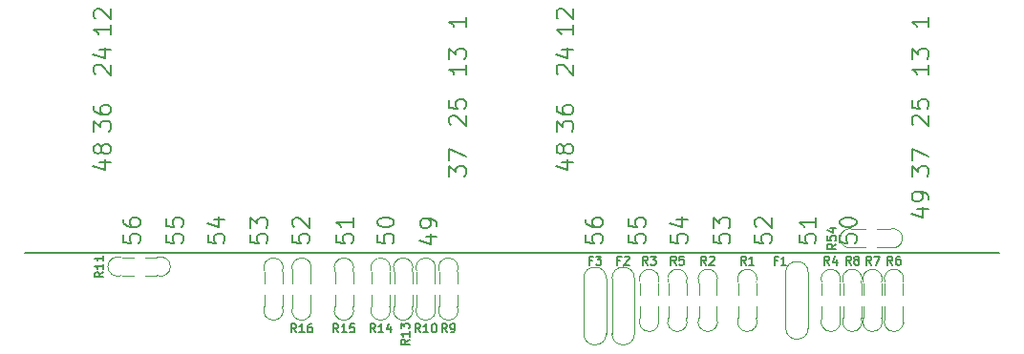
<source format=gto>
G75*
G70*
%OFA0B0*%
%FSLAX25Y25*%
%IPPOS*%
%LPD*%
%AMOC8*
5,1,8,0,0,1.08239X$1,22.5*
%
%ADD13C,0.00787*%
%ADD17C,0.00500*%
%ADD18C,0.00591*%
%ADD19C,0.00390*%
%ADD20C,0.00472*%
X0000000Y0000000D02*
%LPD*%
G01*
D13*
X0284204Y0280942D02*
X0284204Y0278130D01*
X0284204Y0278130D02*
X0287016Y0277849D01*
X0287016Y0277849D02*
X0286735Y0278130D01*
X0286735Y0278130D02*
X0286454Y0278693D01*
X0286454Y0278693D02*
X0286454Y0280099D01*
X0286454Y0280099D02*
X0286735Y0280661D01*
X0286735Y0280661D02*
X0287016Y0280942D01*
X0287016Y0280942D02*
X0287578Y0281223D01*
X0287578Y0281223D02*
X0288985Y0281223D01*
X0288985Y0281223D02*
X0289547Y0280942D01*
X0289547Y0280942D02*
X0289828Y0280661D01*
X0289828Y0280661D02*
X0290109Y0280099D01*
X0290109Y0280099D02*
X0290109Y0278693D01*
X0290109Y0278693D02*
X0289828Y0278130D01*
X0289828Y0278130D02*
X0289547Y0277849D01*
X0284204Y0284879D02*
X0284204Y0285442D01*
X0284204Y0285442D02*
X0284485Y0286004D01*
X0284485Y0286004D02*
X0284766Y0286285D01*
X0284766Y0286285D02*
X0285329Y0286567D01*
X0285329Y0286567D02*
X0286454Y0286848D01*
X0286454Y0286848D02*
X0287860Y0286848D01*
X0287860Y0286848D02*
X0288985Y0286567D01*
X0288985Y0286567D02*
X0289547Y0286285D01*
X0289547Y0286285D02*
X0289828Y0286004D01*
X0289828Y0286004D02*
X0290109Y0285442D01*
X0290109Y0285442D02*
X0290109Y0284879D01*
X0290109Y0284879D02*
X0289828Y0284317D01*
X0289828Y0284317D02*
X0289547Y0284036D01*
X0289547Y0284036D02*
X0288985Y0283754D01*
X0288985Y0283754D02*
X0287860Y0283473D01*
X0287860Y0283473D02*
X0286454Y0283473D01*
X0286454Y0283473D02*
X0285329Y0283754D01*
X0285329Y0283754D02*
X0284766Y0284036D01*
X0284766Y0284036D02*
X0284485Y0284317D01*
X0284485Y0284317D02*
X0284204Y0284879D01*
X0108613Y0280942D02*
X0108613Y0278130D01*
X0108613Y0278130D02*
X0111426Y0277849D01*
X0111426Y0277849D02*
X0111144Y0278130D01*
X0111144Y0278130D02*
X0110863Y0278693D01*
X0110863Y0278693D02*
X0110863Y0280099D01*
X0110863Y0280099D02*
X0111144Y0280661D01*
X0111144Y0280661D02*
X0111426Y0280942D01*
X0111426Y0280942D02*
X0111988Y0281223D01*
X0111988Y0281223D02*
X0113394Y0281223D01*
X0113394Y0281223D02*
X0113956Y0280942D01*
X0113956Y0280942D02*
X0114238Y0280661D01*
X0114238Y0280661D02*
X0114519Y0280099D01*
X0114519Y0280099D02*
X0114519Y0278693D01*
X0114519Y0278693D02*
X0114238Y0278130D01*
X0114238Y0278130D02*
X0113956Y0277849D01*
X0114519Y0286848D02*
X0114519Y0283473D01*
X0114519Y0285160D02*
X0108613Y0285160D01*
X0108613Y0285160D02*
X0109457Y0284598D01*
X0109457Y0284598D02*
X0110019Y0284036D01*
X0110019Y0284036D02*
X0110301Y0283473D01*
X0309963Y0319187D02*
X0309682Y0319469D01*
X0309682Y0319469D02*
X0309401Y0320031D01*
X0309401Y0320031D02*
X0309401Y0321437D01*
X0309401Y0321437D02*
X0309682Y0322000D01*
X0309682Y0322000D02*
X0309963Y0322281D01*
X0309963Y0322281D02*
X0310526Y0322562D01*
X0310526Y0322562D02*
X0311088Y0322562D01*
X0311088Y0322562D02*
X0311932Y0322281D01*
X0311932Y0322281D02*
X0315306Y0318906D01*
X0315306Y0318906D02*
X0315306Y0322562D01*
X0309401Y0327905D02*
X0309401Y0325093D01*
X0309401Y0325093D02*
X0312213Y0324812D01*
X0312213Y0324812D02*
X0311932Y0325093D01*
X0311932Y0325093D02*
X0311650Y0325655D01*
X0311650Y0325655D02*
X0311650Y0327062D01*
X0311650Y0327062D02*
X0311932Y0327624D01*
X0311932Y0327624D02*
X0312213Y0327905D01*
X0312213Y0327905D02*
X0312775Y0328186D01*
X0312775Y0328186D02*
X0314181Y0328186D01*
X0314181Y0328186D02*
X0314744Y0327905D01*
X0314744Y0327905D02*
X0315025Y0327624D01*
X0315025Y0327624D02*
X0315306Y0327062D01*
X0315306Y0327062D02*
X0315306Y0325655D01*
X0315306Y0325655D02*
X0315025Y0325093D01*
X0315025Y0325093D02*
X0314744Y0324812D01*
X0034204Y0280942D02*
X0034204Y0278130D01*
X0034204Y0278130D02*
X0037016Y0277849D01*
X0037016Y0277849D02*
X0036735Y0278130D01*
X0036735Y0278130D02*
X0036454Y0278693D01*
X0036454Y0278693D02*
X0036454Y0280099D01*
X0036454Y0280099D02*
X0036735Y0280661D01*
X0036735Y0280661D02*
X0037016Y0280942D01*
X0037016Y0280942D02*
X0037578Y0281223D01*
X0037578Y0281223D02*
X0038985Y0281223D01*
X0038985Y0281223D02*
X0039547Y0280942D01*
X0039547Y0280942D02*
X0039828Y0280661D01*
X0039828Y0280661D02*
X0040109Y0280099D01*
X0040109Y0280099D02*
X0040109Y0278693D01*
X0040109Y0278693D02*
X0039828Y0278130D01*
X0039828Y0278130D02*
X0039547Y0277849D01*
X0034204Y0286285D02*
X0034204Y0285160D01*
X0034204Y0285160D02*
X0034485Y0284598D01*
X0034485Y0284598D02*
X0034766Y0284317D01*
X0034766Y0284317D02*
X0035610Y0283754D01*
X0035610Y0283754D02*
X0036735Y0283473D01*
X0036735Y0283473D02*
X0038985Y0283473D01*
X0038985Y0283473D02*
X0039547Y0283754D01*
X0039547Y0283754D02*
X0039828Y0284036D01*
X0039828Y0284036D02*
X0040109Y0284598D01*
X0040109Y0284598D02*
X0040109Y0285723D01*
X0040109Y0285723D02*
X0039828Y0286285D01*
X0039828Y0286285D02*
X0039547Y0286567D01*
X0039547Y0286567D02*
X0038985Y0286848D01*
X0038985Y0286848D02*
X0037578Y0286848D01*
X0037578Y0286848D02*
X0037016Y0286567D01*
X0037016Y0286567D02*
X0036735Y0286285D01*
X0036735Y0286285D02*
X0036454Y0285723D01*
X0036454Y0285723D02*
X0036454Y0284598D01*
X0036454Y0284598D02*
X0036735Y0284036D01*
X0036735Y0284036D02*
X0037016Y0283754D01*
X0037016Y0283754D02*
X0037578Y0283473D01*
X0049165Y0280942D02*
X0049165Y0278130D01*
X0049165Y0278130D02*
X0051977Y0277849D01*
X0051977Y0277849D02*
X0051695Y0278130D01*
X0051695Y0278130D02*
X0051414Y0278693D01*
X0051414Y0278693D02*
X0051414Y0280099D01*
X0051414Y0280099D02*
X0051695Y0280661D01*
X0051695Y0280661D02*
X0051977Y0280942D01*
X0051977Y0280942D02*
X0052539Y0281223D01*
X0052539Y0281223D02*
X0053945Y0281223D01*
X0053945Y0281223D02*
X0054508Y0280942D01*
X0054508Y0280942D02*
X0054789Y0280661D01*
X0054789Y0280661D02*
X0055070Y0280099D01*
X0055070Y0280099D02*
X0055070Y0278693D01*
X0055070Y0278693D02*
X0054789Y0278130D01*
X0054789Y0278130D02*
X0054508Y0277849D01*
X0049165Y0286567D02*
X0049165Y0283754D01*
X0049165Y0283754D02*
X0051977Y0283473D01*
X0051977Y0283473D02*
X0051695Y0283754D01*
X0051695Y0283754D02*
X0051414Y0284317D01*
X0051414Y0284317D02*
X0051414Y0285723D01*
X0051414Y0285723D02*
X0051695Y0286285D01*
X0051695Y0286285D02*
X0051977Y0286567D01*
X0051977Y0286567D02*
X0052539Y0286848D01*
X0052539Y0286848D02*
X0053945Y0286848D01*
X0053945Y0286848D02*
X0054508Y0286567D01*
X0054508Y0286567D02*
X0054789Y0286285D01*
X0054789Y0286285D02*
X0055070Y0285723D01*
X0055070Y0285723D02*
X0055070Y0284317D01*
X0055070Y0284317D02*
X0054789Y0283754D01*
X0054789Y0283754D02*
X0054508Y0283473D01*
X0185947Y0336904D02*
X0185666Y0337185D01*
X0185666Y0337185D02*
X0185385Y0337748D01*
X0185385Y0337748D02*
X0185385Y0339154D01*
X0185385Y0339154D02*
X0185666Y0339716D01*
X0185666Y0339716D02*
X0185947Y0339997D01*
X0185947Y0339997D02*
X0186510Y0340279D01*
X0186510Y0340279D02*
X0187072Y0340279D01*
X0187072Y0340279D02*
X0187916Y0339997D01*
X0187916Y0339997D02*
X0191291Y0336623D01*
X0191291Y0336623D02*
X0191291Y0340279D01*
X0187354Y0345340D02*
X0191291Y0345340D01*
X0185104Y0343934D02*
X0189322Y0342528D01*
X0189322Y0342528D02*
X0189322Y0346184D01*
X0153889Y0340279D02*
X0153889Y0336904D01*
X0153889Y0338591D02*
X0147983Y0338591D01*
X0147983Y0338591D02*
X0148827Y0338029D01*
X0148827Y0338029D02*
X0149390Y0337466D01*
X0149390Y0337466D02*
X0149671Y0336904D01*
X0147983Y0342247D02*
X0147983Y0345903D01*
X0147983Y0345903D02*
X0150233Y0343934D01*
X0150233Y0343934D02*
X0150233Y0344778D01*
X0150233Y0344778D02*
X0150514Y0345340D01*
X0150514Y0345340D02*
X0150796Y0345622D01*
X0150796Y0345622D02*
X0151358Y0345903D01*
X0151358Y0345903D02*
X0152764Y0345903D01*
X0152764Y0345903D02*
X0153327Y0345622D01*
X0153327Y0345622D02*
X0153608Y0345340D01*
X0153608Y0345340D02*
X0153889Y0344778D01*
X0153889Y0344778D02*
X0153889Y0343091D01*
X0153889Y0343091D02*
X0153608Y0342528D01*
X0153608Y0342528D02*
X0153327Y0342247D01*
X0147983Y0301190D02*
X0147983Y0304846D01*
X0147983Y0304846D02*
X0150233Y0302877D01*
X0150233Y0302877D02*
X0150233Y0303721D01*
X0150233Y0303721D02*
X0150514Y0304283D01*
X0150514Y0304283D02*
X0150796Y0304564D01*
X0150796Y0304564D02*
X0151358Y0304846D01*
X0151358Y0304846D02*
X0152764Y0304846D01*
X0152764Y0304846D02*
X0153327Y0304564D01*
X0153327Y0304564D02*
X0153608Y0304283D01*
X0153608Y0304283D02*
X0153889Y0303721D01*
X0153889Y0303721D02*
X0153889Y0302033D01*
X0153889Y0302033D02*
X0153608Y0301471D01*
X0153608Y0301471D02*
X0153327Y0301190D01*
X0147983Y0306814D02*
X0147983Y0310751D01*
X0147983Y0310751D02*
X0153889Y0308220D01*
X0122787Y0280942D02*
X0122787Y0278130D01*
X0122787Y0278130D02*
X0125599Y0277849D01*
X0125599Y0277849D02*
X0125318Y0278130D01*
X0125318Y0278130D02*
X0125036Y0278693D01*
X0125036Y0278693D02*
X0125036Y0280099D01*
X0125036Y0280099D02*
X0125318Y0280661D01*
X0125318Y0280661D02*
X0125599Y0280942D01*
X0125599Y0280942D02*
X0126161Y0281223D01*
X0126161Y0281223D02*
X0127567Y0281223D01*
X0127567Y0281223D02*
X0128130Y0280942D01*
X0128130Y0280942D02*
X0128411Y0280661D01*
X0128411Y0280661D02*
X0128692Y0280099D01*
X0128692Y0280099D02*
X0128692Y0278693D01*
X0128692Y0278693D02*
X0128411Y0278130D01*
X0128411Y0278130D02*
X0128130Y0277849D01*
X0122787Y0284879D02*
X0122787Y0285442D01*
X0122787Y0285442D02*
X0123068Y0286004D01*
X0123068Y0286004D02*
X0123349Y0286285D01*
X0123349Y0286285D02*
X0123911Y0286567D01*
X0123911Y0286567D02*
X0125036Y0286848D01*
X0125036Y0286848D02*
X0126442Y0286848D01*
X0126442Y0286848D02*
X0127567Y0286567D01*
X0127567Y0286567D02*
X0128130Y0286285D01*
X0128130Y0286285D02*
X0128411Y0286004D01*
X0128411Y0286004D02*
X0128692Y0285442D01*
X0128692Y0285442D02*
X0128692Y0284879D01*
X0128692Y0284879D02*
X0128411Y0284317D01*
X0128411Y0284317D02*
X0128130Y0284036D01*
X0128130Y0284036D02*
X0127567Y0283754D01*
X0127567Y0283754D02*
X0126442Y0283473D01*
X0126442Y0283473D02*
X0125036Y0283473D01*
X0125036Y0283473D02*
X0123911Y0283754D01*
X0123911Y0283754D02*
X0123349Y0284036D01*
X0123349Y0284036D02*
X0123068Y0284317D01*
X0123068Y0284317D02*
X0122787Y0284879D01*
X0187354Y0306252D02*
X0191291Y0306252D01*
X0185104Y0304846D02*
X0189322Y0303439D01*
X0189322Y0303439D02*
X0189322Y0307095D01*
X0187916Y0310189D02*
X0187635Y0309626D01*
X0187635Y0309626D02*
X0187354Y0309345D01*
X0187354Y0309345D02*
X0186791Y0309064D01*
X0186791Y0309064D02*
X0186510Y0309064D01*
X0186510Y0309064D02*
X0185947Y0309345D01*
X0185947Y0309345D02*
X0185666Y0309626D01*
X0185666Y0309626D02*
X0185385Y0310189D01*
X0185385Y0310189D02*
X0185385Y0311313D01*
X0185385Y0311313D02*
X0185666Y0311876D01*
X0185666Y0311876D02*
X0185947Y0312157D01*
X0185947Y0312157D02*
X0186510Y0312438D01*
X0186510Y0312438D02*
X0186791Y0312438D01*
X0186791Y0312438D02*
X0187354Y0312157D01*
X0187354Y0312157D02*
X0187635Y0311876D01*
X0187635Y0311876D02*
X0187916Y0311313D01*
X0187916Y0311313D02*
X0187916Y0310189D01*
X0187916Y0310189D02*
X0188197Y0309626D01*
X0188197Y0309626D02*
X0188478Y0309345D01*
X0188478Y0309345D02*
X0189041Y0309064D01*
X0189041Y0309064D02*
X0190166Y0309064D01*
X0190166Y0309064D02*
X0190728Y0309345D01*
X0190728Y0309345D02*
X0191009Y0309626D01*
X0191009Y0309626D02*
X0191291Y0310189D01*
X0191291Y0310189D02*
X0191291Y0311313D01*
X0191291Y0311313D02*
X0191009Y0311876D01*
X0191009Y0311876D02*
X0190728Y0312157D01*
X0190728Y0312157D02*
X0190166Y0312438D01*
X0190166Y0312438D02*
X0189041Y0312438D01*
X0189041Y0312438D02*
X0188478Y0312157D01*
X0188478Y0312157D02*
X0188197Y0311876D01*
X0188197Y0311876D02*
X0187916Y0311313D01*
X0254676Y0280942D02*
X0254676Y0278130D01*
X0254676Y0278130D02*
X0257489Y0277849D01*
X0257489Y0277849D02*
X0257207Y0278130D01*
X0257207Y0278130D02*
X0256926Y0278693D01*
X0256926Y0278693D02*
X0256926Y0280099D01*
X0256926Y0280099D02*
X0257207Y0280661D01*
X0257207Y0280661D02*
X0257489Y0280942D01*
X0257489Y0280942D02*
X0258051Y0281223D01*
X0258051Y0281223D02*
X0259457Y0281223D01*
X0259457Y0281223D02*
X0260019Y0280942D01*
X0260019Y0280942D02*
X0260301Y0280661D01*
X0260301Y0280661D02*
X0260582Y0280099D01*
X0260582Y0280099D02*
X0260582Y0278693D01*
X0260582Y0278693D02*
X0260301Y0278130D01*
X0260301Y0278130D02*
X0260019Y0277849D01*
X0255239Y0283473D02*
X0254958Y0283754D01*
X0254958Y0283754D02*
X0254676Y0284317D01*
X0254676Y0284317D02*
X0254676Y0285723D01*
X0254676Y0285723D02*
X0254958Y0286285D01*
X0254958Y0286285D02*
X0255239Y0286567D01*
X0255239Y0286567D02*
X0255801Y0286848D01*
X0255801Y0286848D02*
X0256364Y0286848D01*
X0256364Y0286848D02*
X0257207Y0286567D01*
X0257207Y0286567D02*
X0260582Y0283192D01*
X0260582Y0283192D02*
X0260582Y0286848D01*
X0270031Y0280942D02*
X0270031Y0278130D01*
X0270031Y0278130D02*
X0272843Y0277849D01*
X0272843Y0277849D02*
X0272562Y0278130D01*
X0272562Y0278130D02*
X0272280Y0278693D01*
X0272280Y0278693D02*
X0272280Y0280099D01*
X0272280Y0280099D02*
X0272562Y0280661D01*
X0272562Y0280661D02*
X0272843Y0280942D01*
X0272843Y0280942D02*
X0273405Y0281223D01*
X0273405Y0281223D02*
X0274811Y0281223D01*
X0274811Y0281223D02*
X0275374Y0280942D01*
X0275374Y0280942D02*
X0275655Y0280661D01*
X0275655Y0280661D02*
X0275936Y0280099D01*
X0275936Y0280099D02*
X0275936Y0278693D01*
X0275936Y0278693D02*
X0275655Y0278130D01*
X0275655Y0278130D02*
X0275374Y0277849D01*
X0275936Y0286848D02*
X0275936Y0283473D01*
X0275936Y0285160D02*
X0270031Y0285160D01*
X0270031Y0285160D02*
X0270874Y0284598D01*
X0270874Y0284598D02*
X0271437Y0284036D01*
X0271437Y0284036D02*
X0271718Y0283473D01*
X0024530Y0336904D02*
X0024249Y0337185D01*
X0024249Y0337185D02*
X0023968Y0337748D01*
X0023968Y0337748D02*
X0023968Y0339154D01*
X0023968Y0339154D02*
X0024249Y0339716D01*
X0024249Y0339716D02*
X0024530Y0339997D01*
X0024530Y0339997D02*
X0025093Y0340279D01*
X0025093Y0340279D02*
X0025655Y0340279D01*
X0025655Y0340279D02*
X0026499Y0339997D01*
X0026499Y0339997D02*
X0029873Y0336623D01*
X0029873Y0336623D02*
X0029873Y0340279D01*
X0025936Y0345340D02*
X0029873Y0345340D01*
X0023686Y0343934D02*
X0027905Y0342528D01*
X0027905Y0342528D02*
X0027905Y0346184D01*
X0225149Y0280942D02*
X0225149Y0278130D01*
X0225149Y0278130D02*
X0227961Y0277849D01*
X0227961Y0277849D02*
X0227680Y0278130D01*
X0227680Y0278130D02*
X0227399Y0278693D01*
X0227399Y0278693D02*
X0227399Y0280099D01*
X0227399Y0280099D02*
X0227680Y0280661D01*
X0227680Y0280661D02*
X0227961Y0280942D01*
X0227961Y0280942D02*
X0228523Y0281223D01*
X0228523Y0281223D02*
X0229929Y0281223D01*
X0229929Y0281223D02*
X0230492Y0280942D01*
X0230492Y0280942D02*
X0230773Y0280661D01*
X0230773Y0280661D02*
X0231054Y0280099D01*
X0231054Y0280099D02*
X0231054Y0278693D01*
X0231054Y0278693D02*
X0230773Y0278130D01*
X0230773Y0278130D02*
X0230492Y0277849D01*
X0227117Y0286285D02*
X0231054Y0286285D01*
X0224868Y0284879D02*
X0229086Y0283473D01*
X0229086Y0283473D02*
X0229086Y0287129D01*
X0148546Y0319187D02*
X0148265Y0319469D01*
X0148265Y0319469D02*
X0147983Y0320031D01*
X0147983Y0320031D02*
X0147983Y0321437D01*
X0147983Y0321437D02*
X0148265Y0322000D01*
X0148265Y0322000D02*
X0148546Y0322281D01*
X0148546Y0322281D02*
X0149108Y0322562D01*
X0149108Y0322562D02*
X0149671Y0322562D01*
X0149671Y0322562D02*
X0150514Y0322281D01*
X0150514Y0322281D02*
X0153889Y0318906D01*
X0153889Y0318906D02*
X0153889Y0322562D01*
X0147983Y0327905D02*
X0147983Y0325093D01*
X0147983Y0325093D02*
X0150796Y0324812D01*
X0150796Y0324812D02*
X0150514Y0325093D01*
X0150514Y0325093D02*
X0150233Y0325655D01*
X0150233Y0325655D02*
X0150233Y0327062D01*
X0150233Y0327062D02*
X0150514Y0327624D01*
X0150514Y0327624D02*
X0150796Y0327905D01*
X0150796Y0327905D02*
X0151358Y0328186D01*
X0151358Y0328186D02*
X0152764Y0328186D01*
X0152764Y0328186D02*
X0153327Y0327905D01*
X0153327Y0327905D02*
X0153608Y0327624D01*
X0153608Y0327624D02*
X0153889Y0327062D01*
X0153889Y0327062D02*
X0153889Y0325655D01*
X0153889Y0325655D02*
X0153608Y0325093D01*
X0153608Y0325093D02*
X0153327Y0324812D01*
X0210582Y0280942D02*
X0210582Y0278130D01*
X0210582Y0278130D02*
X0213394Y0277849D01*
X0213394Y0277849D02*
X0213113Y0278130D01*
X0213113Y0278130D02*
X0212832Y0278693D01*
X0212832Y0278693D02*
X0212832Y0280099D01*
X0212832Y0280099D02*
X0213113Y0280661D01*
X0213113Y0280661D02*
X0213394Y0280942D01*
X0213394Y0280942D02*
X0213956Y0281223D01*
X0213956Y0281223D02*
X0215363Y0281223D01*
X0215363Y0281223D02*
X0215925Y0280942D01*
X0215925Y0280942D02*
X0216206Y0280661D01*
X0216206Y0280661D02*
X0216487Y0280099D01*
X0216487Y0280099D02*
X0216487Y0278693D01*
X0216487Y0278693D02*
X0216206Y0278130D01*
X0216206Y0278130D02*
X0215925Y0277849D01*
X0210582Y0286567D02*
X0210582Y0283754D01*
X0210582Y0283754D02*
X0213394Y0283473D01*
X0213394Y0283473D02*
X0213113Y0283754D01*
X0213113Y0283754D02*
X0212832Y0284317D01*
X0212832Y0284317D02*
X0212832Y0285723D01*
X0212832Y0285723D02*
X0213113Y0286285D01*
X0213113Y0286285D02*
X0213394Y0286567D01*
X0213394Y0286567D02*
X0213956Y0286848D01*
X0213956Y0286848D02*
X0215363Y0286848D01*
X0215363Y0286848D02*
X0215925Y0286567D01*
X0215925Y0286567D02*
X0216206Y0286285D01*
X0216206Y0286285D02*
X0216487Y0285723D01*
X0216487Y0285723D02*
X0216487Y0284317D01*
X0216487Y0284317D02*
X0216206Y0283754D01*
X0216206Y0283754D02*
X0215925Y0283473D01*
X0093259Y0280942D02*
X0093259Y0278130D01*
X0093259Y0278130D02*
X0096071Y0277849D01*
X0096071Y0277849D02*
X0095790Y0278130D01*
X0095790Y0278130D02*
X0095509Y0278693D01*
X0095509Y0278693D02*
X0095509Y0280099D01*
X0095509Y0280099D02*
X0095790Y0280661D01*
X0095790Y0280661D02*
X0096071Y0280942D01*
X0096071Y0280942D02*
X0096634Y0281223D01*
X0096634Y0281223D02*
X0098040Y0281223D01*
X0098040Y0281223D02*
X0098602Y0280942D01*
X0098602Y0280942D02*
X0098883Y0280661D01*
X0098883Y0280661D02*
X0099165Y0280099D01*
X0099165Y0280099D02*
X0099165Y0278693D01*
X0099165Y0278693D02*
X0098883Y0278130D01*
X0098883Y0278130D02*
X0098602Y0277849D01*
X0093821Y0283473D02*
X0093540Y0283754D01*
X0093540Y0283754D02*
X0093259Y0284317D01*
X0093259Y0284317D02*
X0093259Y0285723D01*
X0093259Y0285723D02*
X0093540Y0286285D01*
X0093540Y0286285D02*
X0093821Y0286567D01*
X0093821Y0286567D02*
X0094384Y0286848D01*
X0094384Y0286848D02*
X0094946Y0286848D01*
X0094946Y0286848D02*
X0095790Y0286567D01*
X0095790Y0286567D02*
X0099165Y0283192D01*
X0099165Y0283192D02*
X0099165Y0286848D01*
X0023968Y0316938D02*
X0023968Y0320594D01*
X0023968Y0320594D02*
X0026217Y0318625D01*
X0026217Y0318625D02*
X0026217Y0319469D01*
X0026217Y0319469D02*
X0026499Y0320031D01*
X0026499Y0320031D02*
X0026780Y0320312D01*
X0026780Y0320312D02*
X0027342Y0320594D01*
X0027342Y0320594D02*
X0028748Y0320594D01*
X0028748Y0320594D02*
X0029311Y0320312D01*
X0029311Y0320312D02*
X0029592Y0320031D01*
X0029592Y0320031D02*
X0029873Y0319469D01*
X0029873Y0319469D02*
X0029873Y0317781D01*
X0029873Y0317781D02*
X0029592Y0317219D01*
X0029592Y0317219D02*
X0029311Y0316938D01*
X0023968Y0325655D02*
X0023968Y0324531D01*
X0023968Y0324531D02*
X0024249Y0323968D01*
X0024249Y0323968D02*
X0024530Y0323687D01*
X0024530Y0323687D02*
X0025374Y0323124D01*
X0025374Y0323124D02*
X0026499Y0322843D01*
X0026499Y0322843D02*
X0028748Y0322843D01*
X0028748Y0322843D02*
X0029311Y0323124D01*
X0029311Y0323124D02*
X0029592Y0323406D01*
X0029592Y0323406D02*
X0029873Y0323968D01*
X0029873Y0323968D02*
X0029873Y0325093D01*
X0029873Y0325093D02*
X0029592Y0325655D01*
X0029592Y0325655D02*
X0029311Y0325937D01*
X0029311Y0325937D02*
X0028748Y0326218D01*
X0028748Y0326218D02*
X0027342Y0326218D01*
X0027342Y0326218D02*
X0026780Y0325937D01*
X0026780Y0325937D02*
X0026499Y0325655D01*
X0026499Y0325655D02*
X0026217Y0325093D01*
X0026217Y0325093D02*
X0026217Y0323968D01*
X0026217Y0323968D02*
X0026499Y0323406D01*
X0026499Y0323406D02*
X0026780Y0323124D01*
X0026780Y0323124D02*
X0027342Y0322843D01*
X0153889Y0356870D02*
X0153889Y0353496D01*
X0153889Y0355183D02*
X0147983Y0355183D01*
X0147983Y0355183D02*
X0148827Y0354621D01*
X0148827Y0354621D02*
X0149390Y0354058D01*
X0149390Y0354058D02*
X0149671Y0353496D01*
X0078692Y0280942D02*
X0078692Y0278130D01*
X0078692Y0278130D02*
X0081504Y0277849D01*
X0081504Y0277849D02*
X0081223Y0278130D01*
X0081223Y0278130D02*
X0080942Y0278693D01*
X0080942Y0278693D02*
X0080942Y0280099D01*
X0080942Y0280099D02*
X0081223Y0280661D01*
X0081223Y0280661D02*
X0081504Y0280942D01*
X0081504Y0280942D02*
X0082067Y0281223D01*
X0082067Y0281223D02*
X0083473Y0281223D01*
X0083473Y0281223D02*
X0084035Y0280942D01*
X0084035Y0280942D02*
X0084316Y0280661D01*
X0084316Y0280661D02*
X0084598Y0280099D01*
X0084598Y0280099D02*
X0084598Y0278693D01*
X0084598Y0278693D02*
X0084316Y0278130D01*
X0084316Y0278130D02*
X0084035Y0277849D01*
X0078692Y0283192D02*
X0078692Y0286848D01*
X0078692Y0286848D02*
X0080942Y0284879D01*
X0080942Y0284879D02*
X0080942Y0285723D01*
X0080942Y0285723D02*
X0081223Y0286285D01*
X0081223Y0286285D02*
X0081504Y0286567D01*
X0081504Y0286567D02*
X0082067Y0286848D01*
X0082067Y0286848D02*
X0083473Y0286848D01*
X0083473Y0286848D02*
X0084035Y0286567D01*
X0084035Y0286567D02*
X0084316Y0286285D01*
X0084316Y0286285D02*
X0084598Y0285723D01*
X0084598Y0285723D02*
X0084598Y0284036D01*
X0084598Y0284036D02*
X0084316Y0283473D01*
X0084316Y0283473D02*
X0084035Y0283192D01*
X0063731Y0280942D02*
X0063731Y0278130D01*
X0063731Y0278130D02*
X0066544Y0277849D01*
X0066544Y0277849D02*
X0066262Y0278130D01*
X0066262Y0278130D02*
X0065981Y0278693D01*
X0065981Y0278693D02*
X0065981Y0280099D01*
X0065981Y0280099D02*
X0066262Y0280661D01*
X0066262Y0280661D02*
X0066544Y0280942D01*
X0066544Y0280942D02*
X0067106Y0281223D01*
X0067106Y0281223D02*
X0068512Y0281223D01*
X0068512Y0281223D02*
X0069075Y0280942D01*
X0069075Y0280942D02*
X0069356Y0280661D01*
X0069356Y0280661D02*
X0069637Y0280099D01*
X0069637Y0280099D02*
X0069637Y0278693D01*
X0069637Y0278693D02*
X0069356Y0278130D01*
X0069356Y0278130D02*
X0069075Y0277849D01*
X0065700Y0286285D02*
X0069637Y0286285D01*
X0063450Y0284879D02*
X0067668Y0283473D01*
X0067668Y0283473D02*
X0067668Y0287129D01*
X0025936Y0306252D02*
X0029873Y0306252D01*
X0023686Y0304846D02*
X0027905Y0303439D01*
X0027905Y0303439D02*
X0027905Y0307095D01*
X0026499Y0310189D02*
X0026217Y0309626D01*
X0026217Y0309626D02*
X0025936Y0309345D01*
X0025936Y0309345D02*
X0025374Y0309064D01*
X0025374Y0309064D02*
X0025093Y0309064D01*
X0025093Y0309064D02*
X0024530Y0309345D01*
X0024530Y0309345D02*
X0024249Y0309626D01*
X0024249Y0309626D02*
X0023968Y0310189D01*
X0023968Y0310189D02*
X0023968Y0311313D01*
X0023968Y0311313D02*
X0024249Y0311876D01*
X0024249Y0311876D02*
X0024530Y0312157D01*
X0024530Y0312157D02*
X0025093Y0312438D01*
X0025093Y0312438D02*
X0025374Y0312438D01*
X0025374Y0312438D02*
X0025936Y0312157D01*
X0025936Y0312157D02*
X0026217Y0311876D01*
X0026217Y0311876D02*
X0026499Y0311313D01*
X0026499Y0311313D02*
X0026499Y0310189D01*
X0026499Y0310189D02*
X0026780Y0309626D01*
X0026780Y0309626D02*
X0027061Y0309345D01*
X0027061Y0309345D02*
X0027623Y0309064D01*
X0027623Y0309064D02*
X0028748Y0309064D01*
X0028748Y0309064D02*
X0029311Y0309345D01*
X0029311Y0309345D02*
X0029592Y0309626D01*
X0029592Y0309626D02*
X0029873Y0310189D01*
X0029873Y0310189D02*
X0029873Y0311313D01*
X0029873Y0311313D02*
X0029592Y0311876D01*
X0029592Y0311876D02*
X0029311Y0312157D01*
X0029311Y0312157D02*
X0028748Y0312438D01*
X0028748Y0312438D02*
X0027623Y0312438D01*
X0027623Y0312438D02*
X0027061Y0312157D01*
X0027061Y0312157D02*
X0026780Y0311876D01*
X0026780Y0311876D02*
X0026499Y0311313D01*
X0315306Y0340279D02*
X0315306Y0336904D01*
X0315306Y0338591D02*
X0309401Y0338591D01*
X0309401Y0338591D02*
X0310244Y0338029D01*
X0310244Y0338029D02*
X0310807Y0337466D01*
X0310807Y0337466D02*
X0311088Y0336904D01*
X0309401Y0342247D02*
X0309401Y0345903D01*
X0309401Y0345903D02*
X0311650Y0343934D01*
X0311650Y0343934D02*
X0311650Y0344778D01*
X0311650Y0344778D02*
X0311932Y0345340D01*
X0311932Y0345340D02*
X0312213Y0345622D01*
X0312213Y0345622D02*
X0312775Y0345903D01*
X0312775Y0345903D02*
X0314181Y0345903D01*
X0314181Y0345903D02*
X0314744Y0345622D01*
X0314744Y0345622D02*
X0315025Y0345340D01*
X0315025Y0345340D02*
X0315306Y0344778D01*
X0315306Y0344778D02*
X0315306Y0343091D01*
X0315306Y0343091D02*
X0315025Y0342528D01*
X0315025Y0342528D02*
X0314744Y0342247D01*
X0191291Y0354058D02*
X0191291Y0350684D01*
X0191291Y0352371D02*
X0185385Y0352371D01*
X0185385Y0352371D02*
X0186229Y0351808D01*
X0186229Y0351808D02*
X0186791Y0351246D01*
X0186791Y0351246D02*
X0187072Y0350684D01*
X0185947Y0356308D02*
X0185666Y0356589D01*
X0185666Y0356589D02*
X0185385Y0357151D01*
X0185385Y0357151D02*
X0185385Y0358558D01*
X0185385Y0358558D02*
X0185666Y0359120D01*
X0185666Y0359120D02*
X0185947Y0359401D01*
X0185947Y0359401D02*
X0186510Y0359682D01*
X0186510Y0359682D02*
X0187072Y0359682D01*
X0187072Y0359682D02*
X0187916Y0359401D01*
X0187916Y0359401D02*
X0191291Y0356027D01*
X0191291Y0356027D02*
X0191291Y0359682D01*
X0240109Y0280942D02*
X0240109Y0278130D01*
X0240109Y0278130D02*
X0242922Y0277849D01*
X0242922Y0277849D02*
X0242640Y0278130D01*
X0242640Y0278130D02*
X0242359Y0278693D01*
X0242359Y0278693D02*
X0242359Y0280099D01*
X0242359Y0280099D02*
X0242640Y0280661D01*
X0242640Y0280661D02*
X0242922Y0280942D01*
X0242922Y0280942D02*
X0243484Y0281223D01*
X0243484Y0281223D02*
X0244890Y0281223D01*
X0244890Y0281223D02*
X0245453Y0280942D01*
X0245453Y0280942D02*
X0245734Y0280661D01*
X0245734Y0280661D02*
X0246015Y0280099D01*
X0246015Y0280099D02*
X0246015Y0278693D01*
X0246015Y0278693D02*
X0245734Y0278130D01*
X0245734Y0278130D02*
X0245453Y0277849D01*
X0240109Y0283192D02*
X0240109Y0286848D01*
X0240109Y0286848D02*
X0242359Y0284879D01*
X0242359Y0284879D02*
X0242359Y0285723D01*
X0242359Y0285723D02*
X0242640Y0286285D01*
X0242640Y0286285D02*
X0242922Y0286567D01*
X0242922Y0286567D02*
X0243484Y0286848D01*
X0243484Y0286848D02*
X0244890Y0286848D01*
X0244890Y0286848D02*
X0245453Y0286567D01*
X0245453Y0286567D02*
X0245734Y0286285D01*
X0245734Y0286285D02*
X0246015Y0285723D01*
X0246015Y0285723D02*
X0246015Y0284036D01*
X0246015Y0284036D02*
X0245734Y0283473D01*
X0245734Y0283473D02*
X0245453Y0283192D01*
X0195621Y0280942D02*
X0195621Y0278130D01*
X0195621Y0278130D02*
X0198433Y0277849D01*
X0198433Y0277849D02*
X0198152Y0278130D01*
X0198152Y0278130D02*
X0197871Y0278693D01*
X0197871Y0278693D02*
X0197871Y0280099D01*
X0197871Y0280099D02*
X0198152Y0280661D01*
X0198152Y0280661D02*
X0198433Y0280942D01*
X0198433Y0280942D02*
X0198996Y0281223D01*
X0198996Y0281223D02*
X0200402Y0281223D01*
X0200402Y0281223D02*
X0200964Y0280942D01*
X0200964Y0280942D02*
X0201246Y0280661D01*
X0201246Y0280661D02*
X0201527Y0280099D01*
X0201527Y0280099D02*
X0201527Y0278693D01*
X0201527Y0278693D02*
X0201246Y0278130D01*
X0201246Y0278130D02*
X0200964Y0277849D01*
X0195621Y0286285D02*
X0195621Y0285160D01*
X0195621Y0285160D02*
X0195902Y0284598D01*
X0195902Y0284598D02*
X0196184Y0284317D01*
X0196184Y0284317D02*
X0197027Y0283754D01*
X0197027Y0283754D02*
X0198152Y0283473D01*
X0198152Y0283473D02*
X0200402Y0283473D01*
X0200402Y0283473D02*
X0200964Y0283754D01*
X0200964Y0283754D02*
X0201246Y0284036D01*
X0201246Y0284036D02*
X0201527Y0284598D01*
X0201527Y0284598D02*
X0201527Y0285723D01*
X0201527Y0285723D02*
X0201246Y0286285D01*
X0201246Y0286285D02*
X0200964Y0286567D01*
X0200964Y0286567D02*
X0200402Y0286848D01*
X0200402Y0286848D02*
X0198996Y0286848D01*
X0198996Y0286848D02*
X0198433Y0286567D01*
X0198433Y0286567D02*
X0198152Y0286285D01*
X0198152Y0286285D02*
X0197871Y0285723D01*
X0197871Y0285723D02*
X0197871Y0284598D01*
X0197871Y0284598D02*
X0198152Y0284036D01*
X0198152Y0284036D02*
X0198433Y0283754D01*
X0198433Y0283754D02*
X0198996Y0283473D01*
X0315306Y0356870D02*
X0315306Y0353496D01*
X0315306Y0355183D02*
X0309401Y0355183D01*
X0309401Y0355183D02*
X0310244Y0354621D01*
X0310244Y0354621D02*
X0310807Y0354058D01*
X0310807Y0354058D02*
X0311088Y0353496D01*
X0311352Y0289651D02*
X0315289Y0289651D01*
X0309103Y0288245D02*
X0313321Y0286839D01*
X0313321Y0286839D02*
X0313321Y0290495D01*
X0315289Y0293026D02*
X0315289Y0294151D01*
X0315289Y0294151D02*
X0315008Y0294713D01*
X0315008Y0294713D02*
X0314727Y0294994D01*
X0314727Y0294994D02*
X0313883Y0295557D01*
X0313883Y0295557D02*
X0312759Y0295838D01*
X0312759Y0295838D02*
X0310509Y0295838D01*
X0310509Y0295838D02*
X0309946Y0295557D01*
X0309946Y0295557D02*
X0309665Y0295276D01*
X0309665Y0295276D02*
X0309384Y0294713D01*
X0309384Y0294713D02*
X0309384Y0293588D01*
X0309384Y0293588D02*
X0309665Y0293026D01*
X0309665Y0293026D02*
X0309946Y0292745D01*
X0309946Y0292745D02*
X0310509Y0292463D01*
X0310509Y0292463D02*
X0311915Y0292463D01*
X0311915Y0292463D02*
X0312477Y0292745D01*
X0312477Y0292745D02*
X0312759Y0293026D01*
X0312759Y0293026D02*
X0313040Y0293588D01*
X0313040Y0293588D02*
X0313040Y0294713D01*
X0313040Y0294713D02*
X0312759Y0295276D01*
X0312759Y0295276D02*
X0312477Y0295557D01*
X0312477Y0295557D02*
X0311915Y0295838D01*
X0309401Y0301190D02*
X0309401Y0304846D01*
X0309401Y0304846D02*
X0311650Y0302877D01*
X0311650Y0302877D02*
X0311650Y0303721D01*
X0311650Y0303721D02*
X0311932Y0304283D01*
X0311932Y0304283D02*
X0312213Y0304564D01*
X0312213Y0304564D02*
X0312775Y0304846D01*
X0312775Y0304846D02*
X0314181Y0304846D01*
X0314181Y0304846D02*
X0314744Y0304564D01*
X0314744Y0304564D02*
X0315025Y0304283D01*
X0315025Y0304283D02*
X0315306Y0303721D01*
X0315306Y0303721D02*
X0315306Y0302033D01*
X0315306Y0302033D02*
X0315025Y0301471D01*
X0315025Y0301471D02*
X0314744Y0301190D01*
X0309401Y0306814D02*
X0309401Y0310751D01*
X0309401Y0310751D02*
X0315306Y0308220D01*
X0029873Y0354058D02*
X0029873Y0350684D01*
X0029873Y0352371D02*
X0023968Y0352371D01*
X0023968Y0352371D02*
X0024811Y0351808D01*
X0024811Y0351808D02*
X0025374Y0351246D01*
X0025374Y0351246D02*
X0025655Y0350684D01*
X0024530Y0356308D02*
X0024249Y0356589D01*
X0024249Y0356589D02*
X0023968Y0357151D01*
X0023968Y0357151D02*
X0023968Y0358558D01*
X0023968Y0358558D02*
X0024249Y0359120D01*
X0024249Y0359120D02*
X0024530Y0359401D01*
X0024530Y0359401D02*
X0025093Y0359682D01*
X0025093Y0359682D02*
X0025655Y0359682D01*
X0025655Y0359682D02*
X0026499Y0359401D01*
X0026499Y0359401D02*
X0029873Y0356027D01*
X0029873Y0356027D02*
X0029873Y0359682D01*
X0139716Y0280267D02*
X0143653Y0280267D01*
X0137466Y0278861D02*
X0141684Y0277455D01*
X0141684Y0277455D02*
X0141684Y0281111D01*
X0143653Y0283642D02*
X0143653Y0284767D01*
X0143653Y0284767D02*
X0143372Y0285329D01*
X0143372Y0285329D02*
X0143090Y0285610D01*
X0143090Y0285610D02*
X0142247Y0286173D01*
X0142247Y0286173D02*
X0141122Y0286454D01*
X0141122Y0286454D02*
X0138872Y0286454D01*
X0138872Y0286454D02*
X0138310Y0286173D01*
X0138310Y0286173D02*
X0138028Y0285892D01*
X0138028Y0285892D02*
X0137747Y0285329D01*
X0137747Y0285329D02*
X0137747Y0284204D01*
X0137747Y0284204D02*
X0138028Y0283642D01*
X0138028Y0283642D02*
X0138310Y0283361D01*
X0138310Y0283361D02*
X0138872Y0283080D01*
X0138872Y0283080D02*
X0140278Y0283080D01*
X0140278Y0283080D02*
X0140841Y0283361D01*
X0140841Y0283361D02*
X0141122Y0283642D01*
X0141122Y0283642D02*
X0141403Y0284204D01*
X0141403Y0284204D02*
X0141403Y0285329D01*
X0141403Y0285329D02*
X0141122Y0285892D01*
X0141122Y0285892D02*
X0140841Y0286173D01*
X0140841Y0286173D02*
X0140278Y0286454D01*
X0185385Y0316938D02*
X0185385Y0320594D01*
X0185385Y0320594D02*
X0187635Y0318625D01*
X0187635Y0318625D02*
X0187635Y0319469D01*
X0187635Y0319469D02*
X0187916Y0320031D01*
X0187916Y0320031D02*
X0188197Y0320312D01*
X0188197Y0320312D02*
X0188760Y0320594D01*
X0188760Y0320594D02*
X0190166Y0320594D01*
X0190166Y0320594D02*
X0190728Y0320312D01*
X0190728Y0320312D02*
X0191009Y0320031D01*
X0191009Y0320031D02*
X0191291Y0319469D01*
X0191291Y0319469D02*
X0191291Y0317781D01*
X0191291Y0317781D02*
X0191009Y0317219D01*
X0191009Y0317219D02*
X0190728Y0316938D01*
X0185385Y0325655D02*
X0185385Y0324531D01*
X0185385Y0324531D02*
X0185666Y0323968D01*
X0185666Y0323968D02*
X0185947Y0323687D01*
X0185947Y0323687D02*
X0186791Y0323124D01*
X0186791Y0323124D02*
X0187916Y0322843D01*
X0187916Y0322843D02*
X0190166Y0322843D01*
X0190166Y0322843D02*
X0190728Y0323124D01*
X0190728Y0323124D02*
X0191009Y0323406D01*
X0191009Y0323406D02*
X0191291Y0323968D01*
X0191291Y0323968D02*
X0191291Y0325093D01*
X0191291Y0325093D02*
X0191009Y0325655D01*
X0191009Y0325655D02*
X0190728Y0325937D01*
X0190728Y0325937D02*
X0190166Y0326218D01*
X0190166Y0326218D02*
X0188760Y0326218D01*
X0188760Y0326218D02*
X0188197Y0325937D01*
X0188197Y0325937D02*
X0187916Y0325655D01*
X0187916Y0325655D02*
X0187635Y0325093D01*
X0187635Y0325093D02*
X0187635Y0323968D01*
X0187635Y0323968D02*
X0187916Y0323406D01*
X0187916Y0323406D02*
X0188197Y0323124D01*
X0188197Y0323124D02*
X0188760Y0322843D01*
D17*
X0134039Y0244134D02*
X0132610Y0243134D01*
X0134039Y0242420D02*
X0131039Y0242420D01*
X0131039Y0242420D02*
X0131039Y0243563D01*
X0131039Y0243563D02*
X0131182Y0243849D01*
X0131182Y0243849D02*
X0131325Y0243992D01*
X0131325Y0243992D02*
X0131610Y0244134D01*
X0131610Y0244134D02*
X0132039Y0244134D01*
X0132039Y0244134D02*
X0132325Y0243992D01*
X0132325Y0243992D02*
X0132468Y0243849D01*
X0132468Y0243849D02*
X0132610Y0243563D01*
X0132610Y0243563D02*
X0132610Y0242420D01*
X0134039Y0246992D02*
X0134039Y0245277D01*
X0134039Y0246134D02*
X0131039Y0246134D01*
X0131039Y0246134D02*
X0131468Y0245849D01*
X0131468Y0245849D02*
X0131753Y0245563D01*
X0131753Y0245563D02*
X0131896Y0245277D01*
X0131039Y0247992D02*
X0131039Y0249849D01*
X0131039Y0249849D02*
X0132182Y0248849D01*
X0132182Y0248849D02*
X0132182Y0249277D01*
X0132182Y0249277D02*
X0132325Y0249563D01*
X0132325Y0249563D02*
X0132468Y0249706D01*
X0132468Y0249706D02*
X0132753Y0249849D01*
X0132753Y0249849D02*
X0133468Y0249849D01*
X0133468Y0249849D02*
X0133753Y0249706D01*
X0133753Y0249706D02*
X0133896Y0249563D01*
X0133896Y0249563D02*
X0134039Y0249277D01*
X0134039Y0249277D02*
X0134039Y0248420D01*
X0134039Y0248420D02*
X0133896Y0248134D01*
X0133896Y0248134D02*
X0133753Y0247992D01*
X0027326Y0267756D02*
X0025898Y0266756D01*
X0027326Y0266042D02*
X0024326Y0266042D01*
X0024326Y0266042D02*
X0024326Y0267185D01*
X0024326Y0267185D02*
X0024469Y0267471D01*
X0024469Y0267471D02*
X0024612Y0267614D01*
X0024612Y0267614D02*
X0024898Y0267756D01*
X0024898Y0267756D02*
X0025326Y0267756D01*
X0025326Y0267756D02*
X0025612Y0267614D01*
X0025612Y0267614D02*
X0025755Y0267471D01*
X0025755Y0267471D02*
X0025898Y0267185D01*
X0025898Y0267185D02*
X0025898Y0266042D01*
X0027326Y0270614D02*
X0027326Y0268899D01*
X0027326Y0269756D02*
X0024326Y0269756D01*
X0024326Y0269756D02*
X0024755Y0269471D01*
X0024755Y0269471D02*
X0025041Y0269185D01*
X0025041Y0269185D02*
X0025184Y0268899D01*
X0027326Y0273471D02*
X0027326Y0271756D01*
X0027326Y0272614D02*
X0024326Y0272614D01*
X0024326Y0272614D02*
X0024755Y0272328D01*
X0024755Y0272328D02*
X0025041Y0272042D01*
X0025041Y0272042D02*
X0025184Y0271756D01*
X0122087Y0246670D02*
X0121087Y0248098D01*
X0120373Y0246670D02*
X0120373Y0249670D01*
X0120373Y0249670D02*
X0121516Y0249670D01*
X0121516Y0249670D02*
X0121801Y0249527D01*
X0121801Y0249527D02*
X0121944Y0249384D01*
X0121944Y0249384D02*
X0122087Y0249098D01*
X0122087Y0249098D02*
X0122087Y0248670D01*
X0122087Y0248670D02*
X0121944Y0248384D01*
X0121944Y0248384D02*
X0121801Y0248241D01*
X0121801Y0248241D02*
X0121516Y0248098D01*
X0121516Y0248098D02*
X0120373Y0248098D01*
X0124944Y0246670D02*
X0123230Y0246670D01*
X0124087Y0246670D02*
X0124087Y0249670D01*
X0124087Y0249670D02*
X0123801Y0249241D01*
X0123801Y0249241D02*
X0123516Y0248955D01*
X0123516Y0248955D02*
X0123230Y0248812D01*
X0127516Y0248670D02*
X0127516Y0246670D01*
X0126801Y0249812D02*
X0126087Y0247670D01*
X0126087Y0247670D02*
X0127944Y0247670D01*
X0207661Y0271863D02*
X0206661Y0271863D01*
X0206661Y0270292D02*
X0206661Y0273292D01*
X0206661Y0273292D02*
X0208090Y0273292D01*
X0209090Y0273006D02*
X0209233Y0273149D01*
X0209233Y0273149D02*
X0209519Y0273292D01*
X0209519Y0273292D02*
X0210233Y0273292D01*
X0210233Y0273292D02*
X0210519Y0273149D01*
X0210519Y0273149D02*
X0210661Y0273006D01*
X0210661Y0273006D02*
X0210804Y0272720D01*
X0210804Y0272720D02*
X0210804Y0272435D01*
X0210804Y0272435D02*
X0210661Y0272006D01*
X0210661Y0272006D02*
X0208947Y0270292D01*
X0208947Y0270292D02*
X0210804Y0270292D01*
X0109292Y0246670D02*
X0108292Y0248098D01*
X0107578Y0246670D02*
X0107578Y0249670D01*
X0107578Y0249670D02*
X0108720Y0249670D01*
X0108720Y0249670D02*
X0109006Y0249527D01*
X0109006Y0249527D02*
X0109149Y0249384D01*
X0109149Y0249384D02*
X0109292Y0249098D01*
X0109292Y0249098D02*
X0109292Y0248670D01*
X0109292Y0248670D02*
X0109149Y0248384D01*
X0109149Y0248384D02*
X0109006Y0248241D01*
X0109006Y0248241D02*
X0108720Y0248098D01*
X0108720Y0248098D02*
X0107578Y0248098D01*
X0112149Y0246670D02*
X0110435Y0246670D01*
X0111292Y0246670D02*
X0111292Y0249670D01*
X0111292Y0249670D02*
X0111006Y0249241D01*
X0111006Y0249241D02*
X0110720Y0248955D01*
X0110720Y0248955D02*
X0110435Y0248812D01*
X0114863Y0249670D02*
X0113435Y0249670D01*
X0113435Y0249670D02*
X0113292Y0248241D01*
X0113292Y0248241D02*
X0113435Y0248384D01*
X0113435Y0248384D02*
X0113720Y0248527D01*
X0113720Y0248527D02*
X0114435Y0248527D01*
X0114435Y0248527D02*
X0114720Y0248384D01*
X0114720Y0248384D02*
X0114863Y0248241D01*
X0114863Y0248241D02*
X0115006Y0247955D01*
X0115006Y0247955D02*
X0115006Y0247241D01*
X0115006Y0247241D02*
X0114863Y0246955D01*
X0114863Y0246955D02*
X0114720Y0246812D01*
X0114720Y0246812D02*
X0114435Y0246670D01*
X0114435Y0246670D02*
X0113720Y0246670D01*
X0113720Y0246670D02*
X0113435Y0246812D01*
X0113435Y0246812D02*
X0113292Y0246955D01*
X0262386Y0271863D02*
X0261386Y0271863D01*
X0261386Y0270292D02*
X0261386Y0273292D01*
X0261386Y0273292D02*
X0262814Y0273292D01*
X0265529Y0270292D02*
X0263814Y0270292D01*
X0264672Y0270292D02*
X0264672Y0273292D01*
X0264672Y0273292D02*
X0264386Y0272863D01*
X0264386Y0272863D02*
X0264100Y0272577D01*
X0264100Y0272577D02*
X0263814Y0272435D01*
X0197819Y0271863D02*
X0196819Y0271863D01*
X0196819Y0270292D02*
X0196819Y0273292D01*
X0196819Y0273292D02*
X0198247Y0273292D01*
X0199105Y0273292D02*
X0200962Y0273292D01*
X0200962Y0273292D02*
X0199962Y0272149D01*
X0199962Y0272149D02*
X0200390Y0272149D01*
X0200390Y0272149D02*
X0200676Y0272006D01*
X0200676Y0272006D02*
X0200819Y0271863D01*
X0200819Y0271863D02*
X0200962Y0271577D01*
X0200962Y0271577D02*
X0200962Y0270863D01*
X0200962Y0270863D02*
X0200819Y0270577D01*
X0200819Y0270577D02*
X0200676Y0270435D01*
X0200676Y0270435D02*
X0200390Y0270292D01*
X0200390Y0270292D02*
X0199533Y0270292D01*
X0199533Y0270292D02*
X0199247Y0270435D01*
X0199247Y0270435D02*
X0199105Y0270577D01*
X0251469Y0270292D02*
X0250469Y0271720D01*
X0249754Y0270292D02*
X0249754Y0273292D01*
X0249754Y0273292D02*
X0250897Y0273292D01*
X0250897Y0273292D02*
X0251183Y0273149D01*
X0251183Y0273149D02*
X0251326Y0273006D01*
X0251326Y0273006D02*
X0251469Y0272720D01*
X0251469Y0272720D02*
X0251469Y0272292D01*
X0251469Y0272292D02*
X0251326Y0272006D01*
X0251326Y0272006D02*
X0251183Y0271863D01*
X0251183Y0271863D02*
X0250897Y0271720D01*
X0250897Y0271720D02*
X0249754Y0271720D01*
X0254326Y0270292D02*
X0252611Y0270292D01*
X0253469Y0270292D02*
X0253469Y0273292D01*
X0253469Y0273292D02*
X0253183Y0272863D01*
X0253183Y0272863D02*
X0252897Y0272577D01*
X0252897Y0272577D02*
X0252611Y0272435D01*
X0147138Y0246670D02*
X0146138Y0248098D01*
X0145424Y0246670D02*
X0145424Y0249670D01*
X0145424Y0249670D02*
X0146566Y0249670D01*
X0146566Y0249670D02*
X0146852Y0249527D01*
X0146852Y0249527D02*
X0146995Y0249384D01*
X0146995Y0249384D02*
X0147138Y0249098D01*
X0147138Y0249098D02*
X0147138Y0248670D01*
X0147138Y0248670D02*
X0146995Y0248384D01*
X0146995Y0248384D02*
X0146852Y0248241D01*
X0146852Y0248241D02*
X0146566Y0248098D01*
X0146566Y0248098D02*
X0145424Y0248098D01*
X0148566Y0246670D02*
X0149138Y0246670D01*
X0149138Y0246670D02*
X0149424Y0246812D01*
X0149424Y0246812D02*
X0149566Y0246955D01*
X0149566Y0246955D02*
X0149852Y0247384D01*
X0149852Y0247384D02*
X0149995Y0247955D01*
X0149995Y0247955D02*
X0149995Y0249098D01*
X0149995Y0249098D02*
X0149852Y0249384D01*
X0149852Y0249384D02*
X0149709Y0249527D01*
X0149709Y0249527D02*
X0149424Y0249670D01*
X0149424Y0249670D02*
X0148852Y0249670D01*
X0148852Y0249670D02*
X0148566Y0249527D01*
X0148566Y0249527D02*
X0148424Y0249384D01*
X0148424Y0249384D02*
X0148281Y0249098D01*
X0148281Y0249098D02*
X0148281Y0248384D01*
X0148281Y0248384D02*
X0148424Y0248098D01*
X0148424Y0248098D02*
X0148566Y0247955D01*
X0148566Y0247955D02*
X0148852Y0247812D01*
X0148852Y0247812D02*
X0149424Y0247812D01*
X0149424Y0247812D02*
X0149709Y0247955D01*
X0149709Y0247955D02*
X0149852Y0248098D01*
X0149852Y0248098D02*
X0149995Y0248384D01*
X0302650Y0270292D02*
X0301650Y0271720D01*
X0300935Y0270292D02*
X0300935Y0273292D01*
X0300935Y0273292D02*
X0302078Y0273292D01*
X0302078Y0273292D02*
X0302364Y0273149D01*
X0302364Y0273149D02*
X0302507Y0273006D01*
X0302507Y0273006D02*
X0302650Y0272720D01*
X0302650Y0272720D02*
X0302650Y0272292D01*
X0302650Y0272292D02*
X0302507Y0272006D01*
X0302507Y0272006D02*
X0302364Y0271863D01*
X0302364Y0271863D02*
X0302078Y0271720D01*
X0302078Y0271720D02*
X0300935Y0271720D01*
X0305221Y0273292D02*
X0304650Y0273292D01*
X0304650Y0273292D02*
X0304364Y0273149D01*
X0304364Y0273149D02*
X0304221Y0273006D01*
X0304221Y0273006D02*
X0303935Y0272577D01*
X0303935Y0272577D02*
X0303792Y0272006D01*
X0303792Y0272006D02*
X0303792Y0270863D01*
X0303792Y0270863D02*
X0303935Y0270577D01*
X0303935Y0270577D02*
X0304078Y0270435D01*
X0304078Y0270435D02*
X0304364Y0270292D01*
X0304364Y0270292D02*
X0304935Y0270292D01*
X0304935Y0270292D02*
X0305221Y0270435D01*
X0305221Y0270435D02*
X0305364Y0270577D01*
X0305364Y0270577D02*
X0305507Y0270863D01*
X0305507Y0270863D02*
X0305507Y0271577D01*
X0305507Y0271577D02*
X0305364Y0271863D01*
X0305364Y0271863D02*
X0305221Y0272006D01*
X0305221Y0272006D02*
X0304935Y0272149D01*
X0304935Y0272149D02*
X0304364Y0272149D01*
X0304364Y0272149D02*
X0304078Y0272006D01*
X0304078Y0272006D02*
X0303935Y0271863D01*
X0303935Y0271863D02*
X0303792Y0271577D01*
X0280602Y0270292D02*
X0279602Y0271720D01*
X0278888Y0270292D02*
X0278888Y0273292D01*
X0278888Y0273292D02*
X0280031Y0273292D01*
X0280031Y0273292D02*
X0280317Y0273149D01*
X0280317Y0273149D02*
X0280460Y0273006D01*
X0280460Y0273006D02*
X0280602Y0272720D01*
X0280602Y0272720D02*
X0280602Y0272292D01*
X0280602Y0272292D02*
X0280460Y0272006D01*
X0280460Y0272006D02*
X0280317Y0271863D01*
X0280317Y0271863D02*
X0280031Y0271720D01*
X0280031Y0271720D02*
X0278888Y0271720D01*
X0283174Y0272292D02*
X0283174Y0270292D01*
X0282460Y0273435D02*
X0281745Y0271292D01*
X0281745Y0271292D02*
X0283602Y0271292D01*
X0288083Y0270292D02*
X0287083Y0271720D01*
X0286368Y0270292D02*
X0286368Y0273292D01*
X0286368Y0273292D02*
X0287511Y0273292D01*
X0287511Y0273292D02*
X0287797Y0273149D01*
X0287797Y0273149D02*
X0287940Y0273006D01*
X0287940Y0273006D02*
X0288083Y0272720D01*
X0288083Y0272720D02*
X0288083Y0272292D01*
X0288083Y0272292D02*
X0287940Y0272006D01*
X0287940Y0272006D02*
X0287797Y0271863D01*
X0287797Y0271863D02*
X0287511Y0271720D01*
X0287511Y0271720D02*
X0286368Y0271720D01*
X0289797Y0272006D02*
X0289511Y0272149D01*
X0289511Y0272149D02*
X0289368Y0272292D01*
X0289368Y0272292D02*
X0289226Y0272577D01*
X0289226Y0272577D02*
X0289226Y0272720D01*
X0289226Y0272720D02*
X0289368Y0273006D01*
X0289368Y0273006D02*
X0289511Y0273149D01*
X0289511Y0273149D02*
X0289797Y0273292D01*
X0289797Y0273292D02*
X0290368Y0273292D01*
X0290368Y0273292D02*
X0290654Y0273149D01*
X0290654Y0273149D02*
X0290797Y0273006D01*
X0290797Y0273006D02*
X0290940Y0272720D01*
X0290940Y0272720D02*
X0290940Y0272577D01*
X0290940Y0272577D02*
X0290797Y0272292D01*
X0290797Y0272292D02*
X0290654Y0272149D01*
X0290654Y0272149D02*
X0290368Y0272006D01*
X0290368Y0272006D02*
X0289797Y0272006D01*
X0289797Y0272006D02*
X0289511Y0271863D01*
X0289511Y0271863D02*
X0289368Y0271720D01*
X0289368Y0271720D02*
X0289226Y0271435D01*
X0289226Y0271435D02*
X0289226Y0270863D01*
X0289226Y0270863D02*
X0289368Y0270577D01*
X0289368Y0270577D02*
X0289511Y0270435D01*
X0289511Y0270435D02*
X0289797Y0270292D01*
X0289797Y0270292D02*
X0290368Y0270292D01*
X0290368Y0270292D02*
X0290654Y0270435D01*
X0290654Y0270435D02*
X0290797Y0270577D01*
X0290797Y0270577D02*
X0290940Y0270863D01*
X0290940Y0270863D02*
X0290940Y0271435D01*
X0290940Y0271435D02*
X0290797Y0271720D01*
X0290797Y0271720D02*
X0290654Y0271863D01*
X0290654Y0271863D02*
X0290368Y0272006D01*
X0137835Y0246670D02*
X0136835Y0248098D01*
X0136121Y0246670D02*
X0136121Y0249670D01*
X0136121Y0249670D02*
X0137264Y0249670D01*
X0137264Y0249670D02*
X0137549Y0249527D01*
X0137549Y0249527D02*
X0137692Y0249384D01*
X0137692Y0249384D02*
X0137835Y0249098D01*
X0137835Y0249098D02*
X0137835Y0248670D01*
X0137835Y0248670D02*
X0137692Y0248384D01*
X0137692Y0248384D02*
X0137549Y0248241D01*
X0137549Y0248241D02*
X0137264Y0248098D01*
X0137264Y0248098D02*
X0136121Y0248098D01*
X0140692Y0246670D02*
X0138978Y0246670D01*
X0139835Y0246670D02*
X0139835Y0249670D01*
X0139835Y0249670D02*
X0139549Y0249241D01*
X0139549Y0249241D02*
X0139264Y0248955D01*
X0139264Y0248955D02*
X0138978Y0248812D01*
X0142549Y0249670D02*
X0142835Y0249670D01*
X0142835Y0249670D02*
X0143121Y0249527D01*
X0143121Y0249527D02*
X0143264Y0249384D01*
X0143264Y0249384D02*
X0143407Y0249098D01*
X0143407Y0249098D02*
X0143549Y0248527D01*
X0143549Y0248527D02*
X0143549Y0247812D01*
X0143549Y0247812D02*
X0143407Y0247241D01*
X0143407Y0247241D02*
X0143264Y0246955D01*
X0143264Y0246955D02*
X0143121Y0246812D01*
X0143121Y0246812D02*
X0142835Y0246670D01*
X0142835Y0246670D02*
X0142549Y0246670D01*
X0142549Y0246670D02*
X0142264Y0246812D01*
X0142264Y0246812D02*
X0142121Y0246955D01*
X0142121Y0246955D02*
X0141978Y0247241D01*
X0141978Y0247241D02*
X0141835Y0247812D01*
X0141835Y0247812D02*
X0141835Y0248527D01*
X0141835Y0248527D02*
X0141978Y0249098D01*
X0141978Y0249098D02*
X0142121Y0249384D01*
X0142121Y0249384D02*
X0142264Y0249527D01*
X0142264Y0249527D02*
X0142549Y0249670D01*
X0295169Y0270292D02*
X0294169Y0271720D01*
X0293455Y0270292D02*
X0293455Y0273292D01*
X0293455Y0273292D02*
X0294598Y0273292D01*
X0294598Y0273292D02*
X0294884Y0273149D01*
X0294884Y0273149D02*
X0295026Y0273006D01*
X0295026Y0273006D02*
X0295169Y0272720D01*
X0295169Y0272720D02*
X0295169Y0272292D01*
X0295169Y0272292D02*
X0295026Y0272006D01*
X0295026Y0272006D02*
X0294884Y0271863D01*
X0294884Y0271863D02*
X0294598Y0271720D01*
X0294598Y0271720D02*
X0293455Y0271720D01*
X0296169Y0273292D02*
X0298169Y0273292D01*
X0298169Y0273292D02*
X0296884Y0270292D01*
X0094528Y0246670D02*
X0093528Y0248098D01*
X0092814Y0246670D02*
X0092814Y0249670D01*
X0092814Y0249670D02*
X0093957Y0249670D01*
X0093957Y0249670D02*
X0094242Y0249527D01*
X0094242Y0249527D02*
X0094385Y0249384D01*
X0094385Y0249384D02*
X0094528Y0249098D01*
X0094528Y0249098D02*
X0094528Y0248670D01*
X0094528Y0248670D02*
X0094385Y0248384D01*
X0094385Y0248384D02*
X0094242Y0248241D01*
X0094242Y0248241D02*
X0093957Y0248098D01*
X0093957Y0248098D02*
X0092814Y0248098D01*
X0097385Y0246670D02*
X0095671Y0246670D01*
X0096528Y0246670D02*
X0096528Y0249670D01*
X0096528Y0249670D02*
X0096242Y0249241D01*
X0096242Y0249241D02*
X0095957Y0248955D01*
X0095957Y0248955D02*
X0095671Y0248812D01*
X0099957Y0249670D02*
X0099385Y0249670D01*
X0099385Y0249670D02*
X0099100Y0249527D01*
X0099100Y0249527D02*
X0098957Y0249384D01*
X0098957Y0249384D02*
X0098671Y0248955D01*
X0098671Y0248955D02*
X0098528Y0248384D01*
X0098528Y0248384D02*
X0098528Y0247241D01*
X0098528Y0247241D02*
X0098671Y0246955D01*
X0098671Y0246955D02*
X0098814Y0246812D01*
X0098814Y0246812D02*
X0099100Y0246670D01*
X0099100Y0246670D02*
X0099671Y0246670D01*
X0099671Y0246670D02*
X0099957Y0246812D01*
X0099957Y0246812D02*
X0100100Y0246955D01*
X0100100Y0246955D02*
X0100242Y0247241D01*
X0100242Y0247241D02*
X0100242Y0247955D01*
X0100242Y0247955D02*
X0100100Y0248241D01*
X0100100Y0248241D02*
X0099957Y0248384D01*
X0099957Y0248384D02*
X0099671Y0248527D01*
X0099671Y0248527D02*
X0099100Y0248527D01*
X0099100Y0248527D02*
X0098814Y0248384D01*
X0098814Y0248384D02*
X0098671Y0248241D01*
X0098671Y0248241D02*
X0098528Y0247955D01*
X0227059Y0270292D02*
X0226059Y0271720D01*
X0225345Y0270292D02*
X0225345Y0273292D01*
X0225345Y0273292D02*
X0226488Y0273292D01*
X0226488Y0273292D02*
X0226773Y0273149D01*
X0226773Y0273149D02*
X0226916Y0273006D01*
X0226916Y0273006D02*
X0227059Y0272720D01*
X0227059Y0272720D02*
X0227059Y0272292D01*
X0227059Y0272292D02*
X0226916Y0272006D01*
X0226916Y0272006D02*
X0226773Y0271863D01*
X0226773Y0271863D02*
X0226488Y0271720D01*
X0226488Y0271720D02*
X0225345Y0271720D01*
X0229773Y0273292D02*
X0228345Y0273292D01*
X0228345Y0273292D02*
X0228202Y0271863D01*
X0228202Y0271863D02*
X0228345Y0272006D01*
X0228345Y0272006D02*
X0228630Y0272149D01*
X0228630Y0272149D02*
X0229345Y0272149D01*
X0229345Y0272149D02*
X0229630Y0272006D01*
X0229630Y0272006D02*
X0229773Y0271863D01*
X0229773Y0271863D02*
X0229916Y0271577D01*
X0229916Y0271577D02*
X0229916Y0270863D01*
X0229916Y0270863D02*
X0229773Y0270577D01*
X0229773Y0270577D02*
X0229630Y0270435D01*
X0229630Y0270435D02*
X0229345Y0270292D01*
X0229345Y0270292D02*
X0228630Y0270292D01*
X0228630Y0270292D02*
X0228345Y0270435D01*
X0228345Y0270435D02*
X0228202Y0270577D01*
X0237689Y0270292D02*
X0236689Y0271720D01*
X0235975Y0270292D02*
X0235975Y0273292D01*
X0235975Y0273292D02*
X0237118Y0273292D01*
X0237118Y0273292D02*
X0237403Y0273149D01*
X0237403Y0273149D02*
X0237546Y0273006D01*
X0237546Y0273006D02*
X0237689Y0272720D01*
X0237689Y0272720D02*
X0237689Y0272292D01*
X0237689Y0272292D02*
X0237546Y0272006D01*
X0237546Y0272006D02*
X0237403Y0271863D01*
X0237403Y0271863D02*
X0237118Y0271720D01*
X0237118Y0271720D02*
X0235975Y0271720D01*
X0238832Y0273006D02*
X0238975Y0273149D01*
X0238975Y0273149D02*
X0239260Y0273292D01*
X0239260Y0273292D02*
X0239975Y0273292D01*
X0239975Y0273292D02*
X0240260Y0273149D01*
X0240260Y0273149D02*
X0240403Y0273006D01*
X0240403Y0273006D02*
X0240546Y0272720D01*
X0240546Y0272720D02*
X0240546Y0272435D01*
X0240546Y0272435D02*
X0240403Y0272006D01*
X0240403Y0272006D02*
X0238689Y0270292D01*
X0238689Y0270292D02*
X0240546Y0270292D01*
X0217217Y0270292D02*
X0216217Y0271720D01*
X0215502Y0270292D02*
X0215502Y0273292D01*
X0215502Y0273292D02*
X0216645Y0273292D01*
X0216645Y0273292D02*
X0216931Y0273149D01*
X0216931Y0273149D02*
X0217074Y0273006D01*
X0217074Y0273006D02*
X0217217Y0272720D01*
X0217217Y0272720D02*
X0217217Y0272292D01*
X0217217Y0272292D02*
X0217074Y0272006D01*
X0217074Y0272006D02*
X0216931Y0271863D01*
X0216931Y0271863D02*
X0216645Y0271720D01*
X0216645Y0271720D02*
X0215502Y0271720D01*
X0218217Y0273292D02*
X0220074Y0273292D01*
X0220074Y0273292D02*
X0219074Y0272149D01*
X0219074Y0272149D02*
X0219502Y0272149D01*
X0219502Y0272149D02*
X0219788Y0272006D01*
X0219788Y0272006D02*
X0219931Y0271863D01*
X0219931Y0271863D02*
X0220074Y0271577D01*
X0220074Y0271577D02*
X0220074Y0270863D01*
X0220074Y0270863D02*
X0219931Y0270577D01*
X0219931Y0270577D02*
X0219788Y0270435D01*
X0219788Y0270435D02*
X0219502Y0270292D01*
X0219502Y0270292D02*
X0218645Y0270292D01*
X0218645Y0270292D02*
X0218359Y0270435D01*
X0218359Y0270435D02*
X0218217Y0270577D01*
X0282838Y0277599D02*
X0281410Y0276599D01*
X0282838Y0275885D02*
X0279838Y0275885D01*
X0279838Y0275885D02*
X0279838Y0277028D01*
X0279838Y0277028D02*
X0279981Y0277313D01*
X0279981Y0277313D02*
X0280124Y0277456D01*
X0280124Y0277456D02*
X0280410Y0277599D01*
X0280410Y0277599D02*
X0280838Y0277599D01*
X0280838Y0277599D02*
X0281124Y0277456D01*
X0281124Y0277456D02*
X0281267Y0277313D01*
X0281267Y0277313D02*
X0281410Y0277028D01*
X0281410Y0277028D02*
X0281410Y0275885D01*
X0279838Y0280313D02*
X0279838Y0278885D01*
X0279838Y0278885D02*
X0281267Y0278742D01*
X0281267Y0278742D02*
X0281124Y0278885D01*
X0281124Y0278885D02*
X0280981Y0279170D01*
X0280981Y0279170D02*
X0280981Y0279885D01*
X0280981Y0279885D02*
X0281124Y0280170D01*
X0281124Y0280170D02*
X0281267Y0280313D01*
X0281267Y0280313D02*
X0281553Y0280456D01*
X0281553Y0280456D02*
X0282267Y0280456D01*
X0282267Y0280456D02*
X0282553Y0280313D01*
X0282553Y0280313D02*
X0282695Y0280170D01*
X0282695Y0280170D02*
X0282838Y0279885D01*
X0282838Y0279885D02*
X0282838Y0279170D01*
X0282838Y0279170D02*
X0282695Y0278885D01*
X0282695Y0278885D02*
X0282553Y0278742D01*
X0280838Y0283028D02*
X0282838Y0283028D01*
X0279695Y0282313D02*
X0281838Y0281599D01*
X0281838Y0281599D02*
X0281838Y0283456D01*
D18*
X0000000Y0274474D02*
X0339764Y0274474D01*
X0367733Y0274474D02*
D19*
X0128740Y0263811D02*
X0128740Y0267811D01*
X0128740Y0255811D02*
X0128740Y0259811D01*
X0135039Y0267811D02*
X0135039Y0263811D01*
X0135039Y0259811D02*
X0135039Y0255811D01*
D20*
X0128726Y0268046D02*
G75*
G02*
X0135039Y0268012I0003163J0001265D01*
G01*
X0135039Y0255610D02*
G75*
G02*
X0128734Y0255594I-003150J-001299D01*
G01*
D19*
X0033744Y0272835D02*
X0037744Y0272835D01*
X0037744Y0266535D02*
X0033744Y0266535D01*
X0041744Y0272835D02*
X0045744Y0272835D01*
X0045744Y0266535D02*
X0041744Y0266535D01*
D20*
X0033509Y0266522D02*
G75*
G02*
X0033543Y0272835I-001265J0003163D01*
G01*
X0045945Y0272835D02*
G75*
G02*
X0045961Y0266529I0001299J-003150D01*
G01*
D19*
X0120866Y0263811D02*
X0120866Y0267811D01*
X0120866Y0255811D02*
X0120866Y0259811D01*
X0127165Y0267811D02*
X0127165Y0263811D01*
X0127165Y0259811D02*
X0127165Y0255811D01*
D20*
X0120852Y0268046D02*
G75*
G02*
X0127165Y0268012I0003163J0001265D01*
G01*
X0127165Y0255610D02*
G75*
G02*
X0120860Y0255594I-003150J-001299D01*
G01*
D19*
X0083465Y0263811D02*
X0083465Y0267811D01*
X0083465Y0255811D02*
X0083465Y0259811D01*
X0089764Y0267811D02*
X0089764Y0263811D01*
X0089764Y0259811D02*
X0089764Y0255811D01*
D20*
X0083451Y0268046D02*
G75*
G02*
X0089764Y0268012I0003163J0001265D01*
G01*
X0089764Y0255610D02*
G75*
G02*
X0083458Y0255594I-003150J-001299D01*
G01*
X0204724Y0265354D02*
X0204724Y0246260D01*
X0212598Y0265354D02*
X0212598Y0246260D01*
X0204724Y0265551D02*
G75*
G02*
X0212598Y0265551I0003937J0000000D01*
G01*
X0212598Y0246260D02*
G75*
G02*
X0204724Y0246260I-003937J0000000D01*
G01*
D19*
X0108071Y0263811D02*
X0108071Y0267811D01*
X0108071Y0255811D02*
X0108071Y0259811D01*
X0114370Y0267811D02*
X0114370Y0263811D01*
X0114370Y0259811D02*
X0114370Y0255811D01*
D20*
X0108057Y0268046D02*
G75*
G02*
X0114370Y0268012I0003163J0001265D01*
G01*
X0114370Y0255610D02*
G75*
G02*
X0108064Y0255594I-003150J-001299D01*
G01*
X0265354Y0267323D02*
X0265354Y0248228D01*
X0273228Y0267323D02*
X0273228Y0248228D01*
X0265354Y0267520D02*
G75*
G02*
X0273228Y0267520I0003937J0000000D01*
G01*
X0273228Y0248228D02*
G75*
G02*
X0265354Y0248228I-003937J0000000D01*
G01*
X0194882Y0265354D02*
X0194882Y0246260D01*
X0202756Y0265354D02*
X0202756Y0246260D01*
X0194882Y0265551D02*
G75*
G02*
X0202756Y0265551I0003937J0000000D01*
G01*
X0202756Y0246260D02*
G75*
G02*
X0194882Y0246260I-003937J0000000D01*
G01*
D19*
X0248819Y0259874D02*
X0248819Y0263874D01*
X0248819Y0251874D02*
X0248819Y0255874D01*
X0255118Y0263874D02*
X0255118Y0259874D01*
X0255118Y0255874D02*
X0255118Y0251874D01*
D20*
X0248805Y0264109D02*
G75*
G02*
X0255118Y0264075I0003163J0001265D01*
G01*
X0255118Y0251673D02*
G75*
G02*
X0248812Y0251657I-003150J-001299D01*
G01*
D19*
X0144488Y0263811D02*
X0144488Y0267811D01*
X0144488Y0255811D02*
X0144488Y0259811D01*
X0150787Y0267811D02*
X0150787Y0263811D01*
X0150787Y0259811D02*
X0150787Y0255811D01*
D20*
X0144474Y0268046D02*
G75*
G02*
X0150787Y0268012I0003163J0001265D01*
G01*
X0150787Y0255610D02*
G75*
G02*
X0144482Y0255594I-003150J-001299D01*
G01*
D19*
X0300000Y0259874D02*
X0300000Y0263874D01*
X0300000Y0251874D02*
X0300000Y0255874D01*
X0306299Y0263874D02*
X0306299Y0259874D01*
X0306299Y0255874D02*
X0306299Y0251874D01*
D20*
X0299986Y0264109D02*
G75*
G02*
X0306299Y0264075I0003163J0001265D01*
G01*
X0306299Y0251673D02*
G75*
G02*
X0299994Y0251657I-003150J-001299D01*
G01*
D19*
X0277953Y0259874D02*
X0277953Y0263874D01*
X0277953Y0251874D02*
X0277953Y0255874D01*
X0284252Y0263874D02*
X0284252Y0259874D01*
X0284252Y0255874D02*
X0284252Y0251874D01*
D20*
X0277939Y0264109D02*
G75*
G02*
X0284252Y0264075I0003163J0001265D01*
G01*
X0284252Y0251673D02*
G75*
G02*
X0277946Y0251657I-003150J-001299D01*
G01*
D19*
X0285433Y0259874D02*
X0285433Y0263874D01*
X0285433Y0251874D02*
X0285433Y0255874D01*
X0291732Y0263874D02*
X0291732Y0259874D01*
X0291732Y0255874D02*
X0291732Y0251874D01*
D20*
X0285419Y0264109D02*
G75*
G02*
X0291732Y0264075I0003163J0001265D01*
G01*
X0291732Y0251673D02*
G75*
G02*
X0285427Y0251657I-003150J-001299D01*
G01*
D19*
X0136614Y0263811D02*
X0136614Y0267811D01*
X0136614Y0255811D02*
X0136614Y0259811D01*
X0142913Y0267811D02*
X0142913Y0263811D01*
X0142913Y0259811D02*
X0142913Y0255811D01*
D20*
X0136600Y0268046D02*
G75*
G02*
X0142913Y0268012I0003163J0001265D01*
G01*
X0142913Y0255610D02*
G75*
G02*
X0136608Y0255594I-003150J-001299D01*
G01*
D19*
X0292520Y0259874D02*
X0292520Y0263874D01*
X0292520Y0251874D02*
X0292520Y0255874D01*
X0298819Y0263874D02*
X0298819Y0259874D01*
X0298819Y0255874D02*
X0298819Y0251874D01*
D20*
X0292506Y0264109D02*
G75*
G02*
X0298819Y0264075I0003163J0001265D01*
G01*
X0298819Y0251673D02*
G75*
G02*
X0292513Y0251657I-003150J-001299D01*
G01*
D19*
X0093307Y0263811D02*
X0093307Y0267811D01*
X0093307Y0255811D02*
X0093307Y0259811D01*
X0099606Y0267811D02*
X0099606Y0263811D01*
X0099606Y0259811D02*
X0099606Y0255811D01*
D20*
X0093293Y0268046D02*
G75*
G02*
X0099606Y0268012I0003163J0001265D01*
G01*
X0099606Y0255610D02*
G75*
G02*
X0093301Y0255594I-003150J-001299D01*
G01*
D19*
X0224409Y0259874D02*
X0224409Y0263874D01*
X0224409Y0251874D02*
X0224409Y0255874D01*
X0230709Y0263874D02*
X0230709Y0259874D01*
X0230709Y0255874D02*
X0230709Y0251874D01*
D20*
X0224396Y0264109D02*
G75*
G02*
X0230709Y0264075I0003163J0001265D01*
G01*
X0230709Y0251673D02*
G75*
G02*
X0224403Y0251657I-003150J-001299D01*
G01*
D19*
X0235039Y0259874D02*
X0235039Y0263874D01*
X0235039Y0251874D02*
X0235039Y0255874D01*
X0241339Y0263874D02*
X0241339Y0259874D01*
X0241339Y0255874D02*
X0241339Y0251874D01*
D20*
X0235026Y0264109D02*
G75*
G02*
X0241339Y0264075I0003163J0001265D01*
G01*
X0241339Y0251673D02*
G75*
G02*
X0235033Y0251657I-003150J-001299D01*
G01*
D19*
X0214567Y0259874D02*
X0214567Y0263874D01*
X0214567Y0251874D02*
X0214567Y0255874D01*
X0220866Y0263874D02*
X0220866Y0259874D01*
X0220866Y0255874D02*
X0220866Y0251874D01*
D20*
X0214553Y0264109D02*
G75*
G02*
X0220866Y0264075I0003163J0001265D01*
G01*
X0220866Y0251673D02*
G75*
G02*
X0214560Y0251657I-003150J-001299D01*
G01*
D19*
X0289256Y0276378D02*
X0293256Y0276378D01*
X0293256Y0282677D02*
X0289256Y0282677D01*
X0297256Y0276378D02*
X0301256Y0276378D01*
X0301256Y0282677D02*
X0297256Y0282677D01*
D20*
X0289055Y0276378D02*
G75*
G02*
X0289039Y0282684I-001299J0003150D01*
G01*
X0301491Y0282691D02*
G75*
G02*
X0301457Y0276378I0001265J-003163D01*
G01*
M02*

</source>
